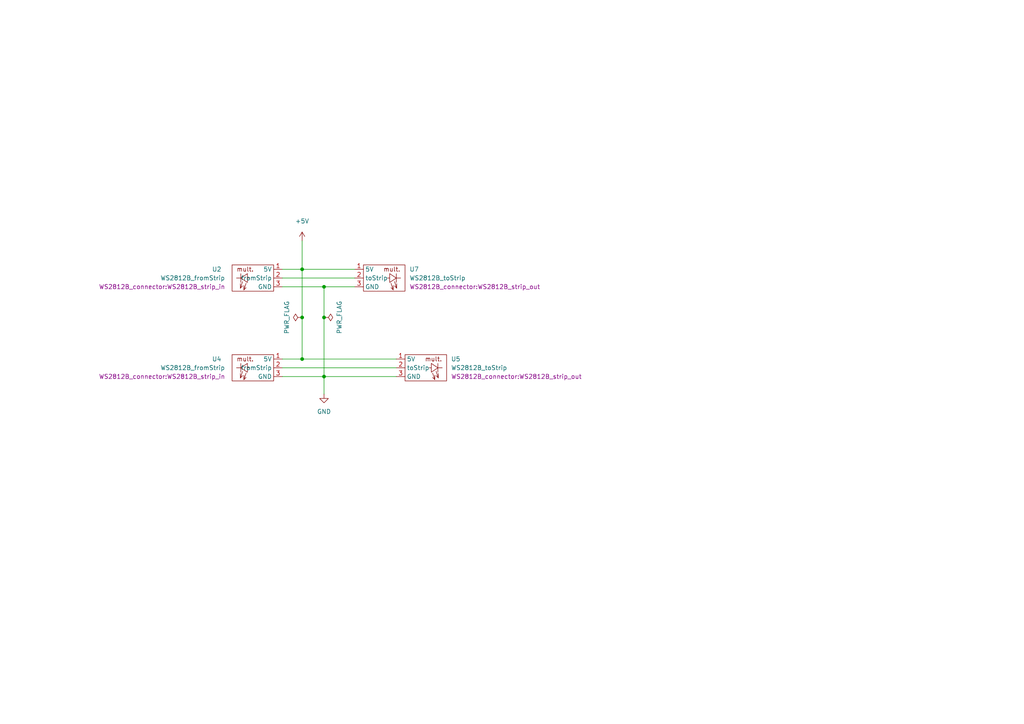
<source format=kicad_sch>
(kicad_sch (version 20211123) (generator eeschema)
  (paper "A4")
  (lib_symbols
    (symbol "WS2812B_strip:WS2812B_fromStrip"
      (property "Reference" "U" (at 0 3.81 0))
      (property "Value" "WS2812B_fromStrip" (at 0 -6.604 0))
      (property "Footprint" "WS2812B_connector:WS2812B_strip_in" (at 0 6.858 0))
      (symbol "WS2812B_fromStrip_0_0"
        (text "mult." (at 6.35 1.27 0) (effects (font (size 1.27 1.27))))
      )
      (symbol "WS2812B_fromStrip_0_1"
        (rectangle (start -1.905 2.54) (end 10.16 -5.08))
        (polyline (pts (xy 5.08 -1.27) (xy 5.715 -1.27)))
        (polyline (pts (xy 6.096 -2.794) (xy 6.731 -4.699)))
        (polyline (pts (xy 6.731 -4.699) (xy 6.096 -4.064)))
        (polyline (pts (xy 6.731 -4.699) (xy 6.731 -4.064)))
        (polyline (pts (xy 6.731 -4.064) (xy 6.731 -3.429)))
        (polyline (pts (xy 7.112 -2.286) (xy 7.747 -4.191)))
        (polyline (pts (xy 7.62 -1.27) (xy 8.89 -1.27)))
        (polyline (pts (xy 7.62 0) (xy 7.62 -2.54)))
        (polyline (pts (xy 7.747 -4.191) (xy 7.112 -3.556)))
        (polyline (pts (xy 7.747 -4.191) (xy 7.747 -3.556)))
        (polyline (pts (xy 7.747 -3.556) (xy 7.747 -2.921)))
        (polyline (pts (xy 5.715 0) (xy 5.715 -2.54) (xy 7.62 -1.27) (xy 5.715 0)))
      )
      (symbol "WS2812B_fromStrip_1_1"
        (pin power_in line (at -4.445 1.27 0) (length 2.54) (name "5V") (number "1"))
        (pin output line (at -4.445 -1.27 0) (length 2.54) (name "fromStrip") (number "2"))
        (pin power_in line (at -4.445 -3.81 0) (length 2.54) (name "GND") (number "3"))
      )
    )
    (symbol "WS2812B_strip:WS2812B_toStrip"
      (property "Reference" "U" (at 0 3.81 0))
      (property "Value" "WS2812B_toStrip" (at 0 -6.604 0))
      (property "Footprint" "WS2812B_connector:WS2812B_strip_out" (at 0 6.858 0))
      (symbol "WS2812B_toStrip_0_0"
        (text "mult." (at 6.35 1.27 0) (effects (font (size 1.27 1.27))))
      )
      (symbol "WS2812B_toStrip_0_1"
        (rectangle (start -1.905 2.54) (end 10.16 -5.08))
        (polyline (pts (xy 5.08 -1.27) (xy 5.715 -1.27)))
        (polyline (pts (xy 6.096 -2.794) (xy 6.731 -4.699)))
        (polyline (pts (xy 6.731 -4.699) (xy 6.096 -4.064)))
        (polyline (pts (xy 6.731 -4.699) (xy 6.731 -4.064)))
        (polyline (pts (xy 6.731 -4.064) (xy 6.731 -3.429)))
        (polyline (pts (xy 7.112 -2.286) (xy 7.747 -4.191)))
        (polyline (pts (xy 7.62 -1.27) (xy 8.89 -1.27)))
        (polyline (pts (xy 7.62 0) (xy 7.62 -2.54)))
        (polyline (pts (xy 7.747 -4.191) (xy 7.112 -3.556)))
        (polyline (pts (xy 7.747 -4.191) (xy 7.747 -3.556)))
        (polyline (pts (xy 7.747 -3.556) (xy 7.747 -2.921)))
        (polyline (pts (xy 5.715 0) (xy 5.715 -2.54) (xy 7.62 -1.27) (xy 5.715 0)))
      )
      (symbol "WS2812B_toStrip_1_1"
        (pin power_in line (at -4.445 1.27 0) (length 2.54) (name "5V") (number "1"))
        (pin input line (at -4.445 -1.27 0) (length 2.54) (name "toStrip") (number "2"))
        (pin power_in line (at -4.445 -3.81 0) (length 2.54) (name "GND") (number "3"))
      )
    )
    (symbol "power:+5V" (power) (pin_names (offset 0))
      (property "Value" "+5V" (at 0 3.556 0))
      (symbol "+5V_0_1"
        (polyline (pts (xy -0.762 1.27) (xy 0 2.54)))
        (polyline (pts (xy 0 0) (xy 0 2.54)))
        (polyline (pts (xy 0 2.54) (xy 0.762 1.27)))
      )
      (symbol "+5V_1_1"
        (pin power_in line (at 0 0 90) (length 0) hide (name "+5V") (number "1"))
      )
    )
    (symbol "power:GND" (power) (pin_names (offset 0))
      (property "Value" "GND" (at 0 -3.81 0))
      (symbol "GND_0_1"
        (polyline (pts (xy 0 0) (xy 0 -1.27) (xy 1.27 -1.27) (xy 0 -2.54) (xy -1.27 -1.27) (xy 0 -1.27)))
      )
      (symbol "GND_1_1"
        (pin power_in line (at 0 0 270) (length 0) hide (name "GND") (number "1"))
      )
    )
    (symbol "power:PWR_FLAG" (power) (pin_numbers hide) (pin_names (offset 0) hide)
      (property "Value" "PWR_FLAG" (at 0 3.81 0))
      (symbol "PWR_FLAG_0_0"
        (pin power_out line (at 0 0 90) (length 0) (name "pwr") (number "1"))
      )
      (symbol "PWR_FLAG_0_1"
        (polyline (pts (xy 0 0) (xy 0 1.27) (xy -1.016 1.905) (xy 0 2.54) (xy 1.016 1.905) (xy 0 1.27)))
      )
    )
  )
  (junction (at 87.63 78.105))
  (junction (at 87.63 104.14))
  (junction (at 93.98 83.185))
  (junction (at 93.98 92.075))
  (junction (at 87.63 92.075))
  (junction (at 93.98 109.22))
  (wire (pts (xy 93.98 83.185) (xy 102.87 83.185)))
  (wire (pts (xy 87.63 92.075) (xy 87.63 104.14)))
  (wire (pts (xy 93.98 83.185) (xy 93.98 92.075)))
  (wire (pts (xy 87.63 104.14) (xy 114.935 104.14)))
  (wire (pts (xy 81.915 83.185) (xy 93.98 83.185)))
  (wire (pts (xy 87.63 78.105) (xy 87.63 92.075)))
  (wire (pts (xy 81.915 106.68) (xy 114.935 106.68)))
  (wire (pts (xy 93.98 109.22) (xy 114.935 109.22)))
  (wire (pts (xy 81.915 78.105) (xy 87.63 78.105)))
  (wire (pts (xy 87.63 69.85) (xy 87.63 78.105)))
  (wire (pts (xy 81.915 109.22) (xy 93.98 109.22)))
  (wire (pts (xy 93.98 92.075) (xy 93.98 109.22)))
  (wire (pts (xy 81.915 80.645) (xy 102.87 80.645)))
  (wire (pts (xy 87.63 78.105) (xy 102.87 78.105)))
  (wire (pts (xy 93.98 109.22) (xy 93.98 114.3)))
  (wire (pts (xy 87.63 104.14) (xy 81.915 104.14)))
  (symbol (lib_id "power:PWR_FLAG") (at 93.98 92.075 270) (unit 1)
    (property "Reference" "#FLG0101" (effects hide))
    (property "Value" "PWR_FLAG" (at 98.425 96.8828 0) (effects (justify right)))
  )
  (symbol (lib_id "power:PWR_FLAG") (at 87.63 92.075 90) (unit 1)
    (property "Reference" "#FLG0102" (effects hide))
    (property "Value" "PWR_FLAG" (at 83.185 92.075 0))
  )
  (symbol (lib_id "WS2812B_strip:WS2812B_toStrip") (at 119.38 105.41 0) (unit 1)
    (property "Reference" "U5" (at 130.81 104.1399 0) (effects (justify left)))
    (property "Value" "WS2812B_toStrip" (at 130.81 106.6799 0) (effects (justify left)))
    (property "Footprint" "WS2812B_connector:WS2812B_strip_out" (at 130.81 109.2199 0) (effects (justify left)))
  )
  (symbol (lib_id "WS2812B_strip:WS2812B_fromStrip") (at 77.47 79.375 0) (mirror y) (unit 1)
    (property "Reference" "U2" (at 62.865 78.105 0))
    (property "Value" "WS2812B_fromStrip" (at 55.88 80.645 0))
    (property "Footprint" "WS2812B_connector:WS2812B_strip_in" (at 46.99 83.185 0))
  )
  (symbol (lib_id "WS2812B_strip:WS2812B_fromStrip") (at 77.47 105.41 0) (mirror y) (unit 1)
    (property "Reference" "U4" (at 62.865 104.14 0))
    (property "Value" "WS2812B_fromStrip" (at 55.88 106.68 0))
    (property "Footprint" "WS2812B_connector:WS2812B_strip_in" (at 46.99 109.22 0))
  )
  (symbol (lib_id "WS2812B_strip:WS2812B_toStrip") (at 107.315 79.375 0) (unit 1)
    (property "Reference" "U7" (at 118.745 78.1049 0) (effects (justify left)))
    (property "Value" "WS2812B_toStrip" (at 118.745 80.6449 0) (effects (justify left)))
    (property "Footprint" "WS2812B_connector:WS2812B_strip_out" (at 118.745 83.1849 0) (effects (justify left)))
  )
  (symbol (lib_id "power:GND") (at 93.98 114.3 0) (unit 1)
    (property "Reference" "#PWR0102" (effects hide))
    (property "Value" "GND" (at 93.98 119.38 0))
  )
  (symbol (lib_id "power:+5V") (at 87.63 69.85 0) (unit 1)
    (property "Reference" "#PWR0101" (effects hide))
    (property "Value" "+5V" (at 87.63 64.135 0))
  )
)
</source>
